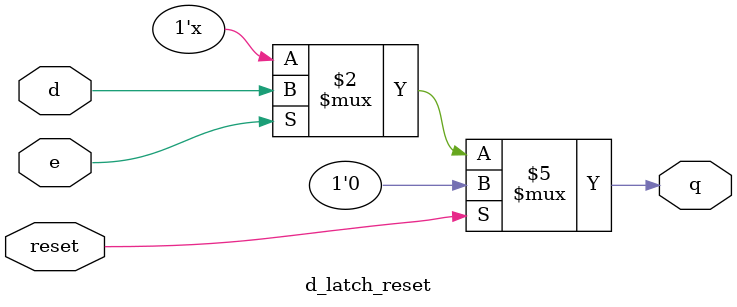
<source format=v>
module d_latch_reset(input d,e,reset,output reg q);
  always@(e,d,reset)
begin
  if(reset)
    q<=0;
  
  else 
    case(e)
      0:q<=q;
      1:q<=d;
    endcase
   end
endmodule

</source>
